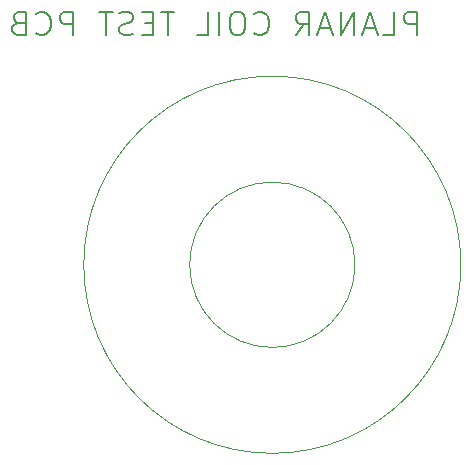
<source format=gbr>
%TF.GenerationSoftware,KiCad,Pcbnew,8.0.1*%
%TF.CreationDate,2024-06-16T17:47:39-07:00*%
%TF.ProjectId,eddy_pcb_coil,65646479-5f70-4636-925f-636f696c2e6b,rev?*%
%TF.SameCoordinates,Original*%
%TF.FileFunction,Legend,Bot*%
%TF.FilePolarity,Positive*%
%FSLAX46Y46*%
G04 Gerber Fmt 4.6, Leading zero omitted, Abs format (unit mm)*
G04 Created by KiCad (PCBNEW 8.0.1) date 2024-06-16 17:47:39*
%MOMM*%
%LPD*%
G01*
G04 APERTURE LIST*
%ADD10C,0.100000*%
%ADD11C,0.200000*%
%ADD12C,3.200000*%
%ADD13R,1.700000X1.700000*%
%ADD14O,1.700000X1.700000*%
%ADD15C,0.600000*%
%ADD16C,2.240000*%
%ADD17C,2.740000*%
G04 APERTURE END LIST*
D10*
X170638738Y-67437000D02*
G75*
G02*
X156638738Y-67437000I-7000000J0D01*
G01*
X156638738Y-67437000D02*
G75*
G02*
X170638738Y-67437000I7000000J0D01*
G01*
X179603401Y-67437000D02*
G75*
G02*
X147674075Y-67437000I-15964663J0D01*
G01*
X147674075Y-67437000D02*
G75*
G02*
X179603401Y-67437000I15964663J0D01*
G01*
D11*
X175922231Y-48004838D02*
X175922231Y-46004838D01*
X175922231Y-46004838D02*
X175160326Y-46004838D01*
X175160326Y-46004838D02*
X174969850Y-46100076D01*
X174969850Y-46100076D02*
X174874612Y-46195314D01*
X174874612Y-46195314D02*
X174779374Y-46385790D01*
X174779374Y-46385790D02*
X174779374Y-46671504D01*
X174779374Y-46671504D02*
X174874612Y-46861980D01*
X174874612Y-46861980D02*
X174969850Y-46957219D01*
X174969850Y-46957219D02*
X175160326Y-47052457D01*
X175160326Y-47052457D02*
X175922231Y-47052457D01*
X172969850Y-48004838D02*
X173922231Y-48004838D01*
X173922231Y-48004838D02*
X173922231Y-46004838D01*
X172398421Y-47433409D02*
X171446040Y-47433409D01*
X172588897Y-48004838D02*
X171922231Y-46004838D01*
X171922231Y-46004838D02*
X171255564Y-48004838D01*
X170588897Y-48004838D02*
X170588897Y-46004838D01*
X170588897Y-46004838D02*
X169446040Y-48004838D01*
X169446040Y-48004838D02*
X169446040Y-46004838D01*
X168588897Y-47433409D02*
X167636516Y-47433409D01*
X168779373Y-48004838D02*
X168112707Y-46004838D01*
X168112707Y-46004838D02*
X167446040Y-48004838D01*
X165636516Y-48004838D02*
X166303183Y-47052457D01*
X166779373Y-48004838D02*
X166779373Y-46004838D01*
X166779373Y-46004838D02*
X166017468Y-46004838D01*
X166017468Y-46004838D02*
X165826992Y-46100076D01*
X165826992Y-46100076D02*
X165731754Y-46195314D01*
X165731754Y-46195314D02*
X165636516Y-46385790D01*
X165636516Y-46385790D02*
X165636516Y-46671504D01*
X165636516Y-46671504D02*
X165731754Y-46861980D01*
X165731754Y-46861980D02*
X165826992Y-46957219D01*
X165826992Y-46957219D02*
X166017468Y-47052457D01*
X166017468Y-47052457D02*
X166779373Y-47052457D01*
X162112706Y-47814361D02*
X162207944Y-47909600D01*
X162207944Y-47909600D02*
X162493658Y-48004838D01*
X162493658Y-48004838D02*
X162684134Y-48004838D01*
X162684134Y-48004838D02*
X162969849Y-47909600D01*
X162969849Y-47909600D02*
X163160325Y-47719123D01*
X163160325Y-47719123D02*
X163255563Y-47528647D01*
X163255563Y-47528647D02*
X163350801Y-47147695D01*
X163350801Y-47147695D02*
X163350801Y-46861980D01*
X163350801Y-46861980D02*
X163255563Y-46481028D01*
X163255563Y-46481028D02*
X163160325Y-46290552D01*
X163160325Y-46290552D02*
X162969849Y-46100076D01*
X162969849Y-46100076D02*
X162684134Y-46004838D01*
X162684134Y-46004838D02*
X162493658Y-46004838D01*
X162493658Y-46004838D02*
X162207944Y-46100076D01*
X162207944Y-46100076D02*
X162112706Y-46195314D01*
X160874611Y-46004838D02*
X160493658Y-46004838D01*
X160493658Y-46004838D02*
X160303182Y-46100076D01*
X160303182Y-46100076D02*
X160112706Y-46290552D01*
X160112706Y-46290552D02*
X160017468Y-46671504D01*
X160017468Y-46671504D02*
X160017468Y-47338171D01*
X160017468Y-47338171D02*
X160112706Y-47719123D01*
X160112706Y-47719123D02*
X160303182Y-47909600D01*
X160303182Y-47909600D02*
X160493658Y-48004838D01*
X160493658Y-48004838D02*
X160874611Y-48004838D01*
X160874611Y-48004838D02*
X161065087Y-47909600D01*
X161065087Y-47909600D02*
X161255563Y-47719123D01*
X161255563Y-47719123D02*
X161350801Y-47338171D01*
X161350801Y-47338171D02*
X161350801Y-46671504D01*
X161350801Y-46671504D02*
X161255563Y-46290552D01*
X161255563Y-46290552D02*
X161065087Y-46100076D01*
X161065087Y-46100076D02*
X160874611Y-46004838D01*
X159160325Y-48004838D02*
X159160325Y-46004838D01*
X157255563Y-48004838D02*
X158207944Y-48004838D01*
X158207944Y-48004838D02*
X158207944Y-46004838D01*
X155350800Y-46004838D02*
X154207943Y-46004838D01*
X154779372Y-48004838D02*
X154779372Y-46004838D01*
X153541276Y-46957219D02*
X152874609Y-46957219D01*
X152588895Y-48004838D02*
X153541276Y-48004838D01*
X153541276Y-48004838D02*
X153541276Y-46004838D01*
X153541276Y-46004838D02*
X152588895Y-46004838D01*
X151826990Y-47909600D02*
X151541276Y-48004838D01*
X151541276Y-48004838D02*
X151065085Y-48004838D01*
X151065085Y-48004838D02*
X150874609Y-47909600D01*
X150874609Y-47909600D02*
X150779371Y-47814361D01*
X150779371Y-47814361D02*
X150684133Y-47623885D01*
X150684133Y-47623885D02*
X150684133Y-47433409D01*
X150684133Y-47433409D02*
X150779371Y-47242933D01*
X150779371Y-47242933D02*
X150874609Y-47147695D01*
X150874609Y-47147695D02*
X151065085Y-47052457D01*
X151065085Y-47052457D02*
X151446038Y-46957219D01*
X151446038Y-46957219D02*
X151636514Y-46861980D01*
X151636514Y-46861980D02*
X151731752Y-46766742D01*
X151731752Y-46766742D02*
X151826990Y-46576266D01*
X151826990Y-46576266D02*
X151826990Y-46385790D01*
X151826990Y-46385790D02*
X151731752Y-46195314D01*
X151731752Y-46195314D02*
X151636514Y-46100076D01*
X151636514Y-46100076D02*
X151446038Y-46004838D01*
X151446038Y-46004838D02*
X150969847Y-46004838D01*
X150969847Y-46004838D02*
X150684133Y-46100076D01*
X150112704Y-46004838D02*
X148969847Y-46004838D01*
X149541276Y-48004838D02*
X149541276Y-46004838D01*
X146779370Y-48004838D02*
X146779370Y-46004838D01*
X146779370Y-46004838D02*
X146017465Y-46004838D01*
X146017465Y-46004838D02*
X145826989Y-46100076D01*
X145826989Y-46100076D02*
X145731751Y-46195314D01*
X145731751Y-46195314D02*
X145636513Y-46385790D01*
X145636513Y-46385790D02*
X145636513Y-46671504D01*
X145636513Y-46671504D02*
X145731751Y-46861980D01*
X145731751Y-46861980D02*
X145826989Y-46957219D01*
X145826989Y-46957219D02*
X146017465Y-47052457D01*
X146017465Y-47052457D02*
X146779370Y-47052457D01*
X143636513Y-47814361D02*
X143731751Y-47909600D01*
X143731751Y-47909600D02*
X144017465Y-48004838D01*
X144017465Y-48004838D02*
X144207941Y-48004838D01*
X144207941Y-48004838D02*
X144493656Y-47909600D01*
X144493656Y-47909600D02*
X144684132Y-47719123D01*
X144684132Y-47719123D02*
X144779370Y-47528647D01*
X144779370Y-47528647D02*
X144874608Y-47147695D01*
X144874608Y-47147695D02*
X144874608Y-46861980D01*
X144874608Y-46861980D02*
X144779370Y-46481028D01*
X144779370Y-46481028D02*
X144684132Y-46290552D01*
X144684132Y-46290552D02*
X144493656Y-46100076D01*
X144493656Y-46100076D02*
X144207941Y-46004838D01*
X144207941Y-46004838D02*
X144017465Y-46004838D01*
X144017465Y-46004838D02*
X143731751Y-46100076D01*
X143731751Y-46100076D02*
X143636513Y-46195314D01*
X142112703Y-46957219D02*
X141826989Y-47052457D01*
X141826989Y-47052457D02*
X141731751Y-47147695D01*
X141731751Y-47147695D02*
X141636513Y-47338171D01*
X141636513Y-47338171D02*
X141636513Y-47623885D01*
X141636513Y-47623885D02*
X141731751Y-47814361D01*
X141731751Y-47814361D02*
X141826989Y-47909600D01*
X141826989Y-47909600D02*
X142017465Y-48004838D01*
X142017465Y-48004838D02*
X142779370Y-48004838D01*
X142779370Y-48004838D02*
X142779370Y-46004838D01*
X142779370Y-46004838D02*
X142112703Y-46004838D01*
X142112703Y-46004838D02*
X141922227Y-46100076D01*
X141922227Y-46100076D02*
X141826989Y-46195314D01*
X141826989Y-46195314D02*
X141731751Y-46385790D01*
X141731751Y-46385790D02*
X141731751Y-46576266D01*
X141731751Y-46576266D02*
X141826989Y-46766742D01*
X141826989Y-46766742D02*
X141922227Y-46861980D01*
X141922227Y-46861980D02*
X142112703Y-46957219D01*
X142112703Y-46957219D02*
X142779370Y-46957219D01*
%LPC*%
D12*
%TO.C,H4*%
X184150000Y-85090000D03*
%TD*%
%TO.C,H3*%
X133350000Y-85090000D03*
%TD*%
%TO.C,H2*%
X184150000Y-46990000D03*
%TD*%
%TO.C,H1*%
X133350000Y-46990000D03*
%TD*%
D13*
%TO.C,J2*%
X141757400Y-68686600D03*
D14*
X141757400Y-66146600D03*
%TD*%
D15*
%TO.C,L1*%
X156911200Y-67479800D03*
%TD*%
D16*
%TO.C,J1*%
X135407400Y-68554600D03*
D17*
X132867400Y-66014600D03*
X132867400Y-71094600D03*
X137947400Y-66014600D03*
X137947400Y-71094600D03*
%TD*%
%LPD*%
M02*

</source>
